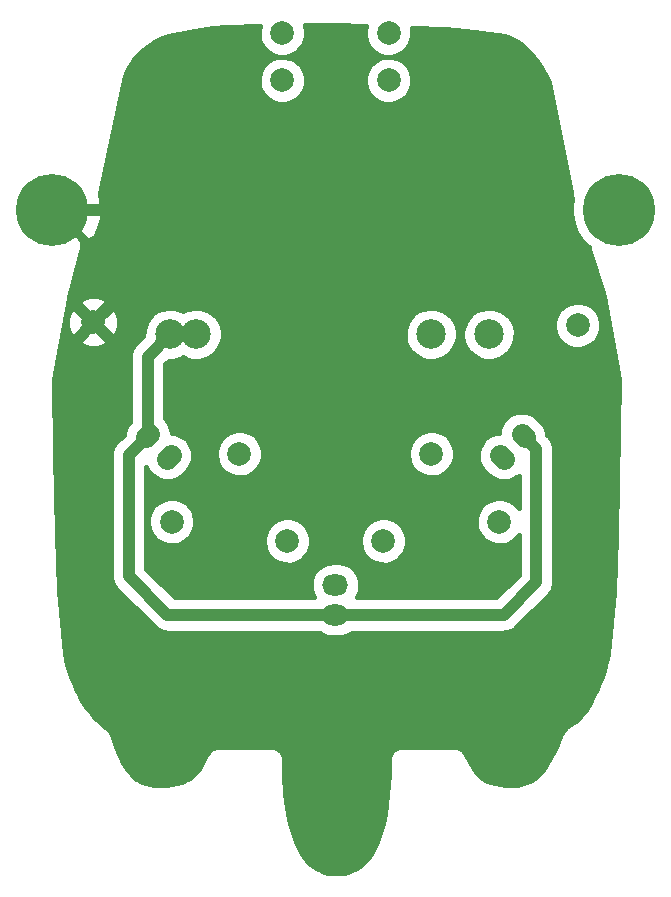
<source format=gtl>
%TF.GenerationSoftware,KiCad,Pcbnew,4.1.0-alpha+201608101232+7015~46~ubuntu16.04.1-product*%
%TF.CreationDate,2016-08-12T11:53:55+05:30*%
%TF.ProjectId,makerauto,6D616B65726175746F2E6B696361645F,rev?*%
%TF.FileFunction,Copper,L1,Top,Signal*%
%FSLAX46Y46*%
G04 Gerber Fmt 4.6, Leading zero omitted, Abs format (unit mm)*
G04 Created by KiCad (PCBNEW 4.1.0-alpha+201608101232+7015~46~ubuntu16.04.1-product) date Fri Aug 12 11:53:55 2016*
%MOMM*%
%LPD*%
G01*
G04 APERTURE LIST*
%ADD10C,0.050800*%
%ADD11C,2.500000*%
%ADD12C,6.096000*%
%ADD13O,2.200000X1.800000*%
%ADD14C,1.800000*%
%ADD15C,2.000000*%
%ADD16C,1.000000*%
%ADD17C,0.400000*%
G04 APERTURE END LIST*
D10*
D11*
X108100000Y-90500000D03*
X88200000Y-90500000D03*
X86000000Y-90500000D03*
X113000000Y-90500000D03*
D12*
X76000000Y-80000000D03*
X124000000Y-80000000D03*
D13*
X100000000Y-114270000D03*
X100000000Y-111730000D03*
D14*
X116039447Y-99243395D02*
X115756605Y-98960553D01*
X114243395Y-101039447D02*
X113960553Y-100756605D01*
X84243395Y-98960553D02*
X83960553Y-99243395D01*
X86039447Y-100756605D02*
X85756605Y-101039447D01*
D15*
X91873682Y-100626318D03*
X86126318Y-106373682D03*
X108126318Y-100626318D03*
X113873682Y-106373682D03*
X104064000Y-108000000D03*
X95936000Y-108000000D03*
X104500000Y-69000000D03*
X95500000Y-65000000D03*
X104500000Y-65000000D03*
X95500000Y-69000000D03*
X79500000Y-89500000D03*
X120500000Y-89750000D03*
D16*
X100000000Y-114270000D02*
X114230000Y-114270000D01*
X117000000Y-100203948D02*
X115898026Y-99101974D01*
X117000000Y-111500000D02*
X117000000Y-100203948D01*
X114230000Y-114270000D02*
X117000000Y-111500000D01*
X100000000Y-114270000D02*
X85770000Y-114270000D01*
X82500000Y-100703948D02*
X84101974Y-99101974D01*
X82500000Y-111000000D02*
X82500000Y-100703948D01*
X85770000Y-114270000D02*
X82500000Y-111000000D01*
X84101974Y-99101974D02*
X84101974Y-92398026D01*
X84101974Y-92398026D02*
X86000000Y-90500000D01*
X88200000Y-90500000D02*
X86000000Y-90500000D01*
X76000000Y-80000000D02*
X81250000Y-80000000D01*
X82250000Y-86750000D02*
X79500000Y-89500000D01*
X81250000Y-80000000D02*
X82250000Y-81000000D01*
X82250000Y-81000000D02*
X82250000Y-86750000D01*
D17*
G36*
X102578251Y-64421238D02*
X102502847Y-64775983D01*
X102497371Y-65168165D01*
X102568174Y-65553942D01*
X102712560Y-65918619D01*
X102925029Y-66248306D01*
X103197488Y-66530446D01*
X103519560Y-66754291D01*
X103878976Y-66911316D01*
X104262046Y-66995540D01*
X104452823Y-66999536D01*
X104317858Y-66998594D01*
X103932585Y-67072089D01*
X103568925Y-67219017D01*
X103240729Y-67433782D01*
X102960498Y-67708205D01*
X102738907Y-68031831D01*
X102584395Y-68392334D01*
X102502847Y-68775983D01*
X102497371Y-69168165D01*
X102568174Y-69553942D01*
X102712560Y-69918619D01*
X102925029Y-70248306D01*
X103197488Y-70530446D01*
X103519560Y-70754291D01*
X103878976Y-70911316D01*
X104262046Y-70995540D01*
X104654180Y-71003754D01*
X105040442Y-70935646D01*
X105406118Y-70793809D01*
X105737281Y-70583647D01*
X106021316Y-70313164D01*
X106247404Y-69992664D01*
X106406934Y-69634353D01*
X106493830Y-69251879D01*
X106500086Y-68803890D01*
X106423903Y-68419139D01*
X106274439Y-68056514D01*
X106057388Y-67729825D01*
X105781016Y-67451517D01*
X105455851Y-67232190D01*
X105094278Y-67080199D01*
X104710068Y-67001332D01*
X104669521Y-67001049D01*
X105040442Y-66935646D01*
X105406118Y-66793809D01*
X105737281Y-66583647D01*
X106021316Y-66313164D01*
X106247404Y-65992664D01*
X106406934Y-65634353D01*
X106493830Y-65251879D01*
X106500086Y-64803890D01*
X106456487Y-64583698D01*
X109319150Y-64703616D01*
X111705073Y-64919625D01*
X114336892Y-65253370D01*
X114623949Y-65353506D01*
X114962367Y-65502080D01*
X115273826Y-65666006D01*
X115550950Y-65840199D01*
X115816916Y-66041688D01*
X116069489Y-66260584D01*
X116312680Y-66495390D01*
X116532821Y-66739991D01*
X116973936Y-67307138D01*
X117373891Y-67915978D01*
X118072167Y-69129406D01*
X119927908Y-78491611D01*
X119925337Y-78526921D01*
X119951032Y-78735144D01*
X120016684Y-78934411D01*
X120068403Y-79026068D01*
X119957763Y-79546590D01*
X119946679Y-80340367D01*
X120089984Y-81121179D01*
X120382222Y-81859286D01*
X120812259Y-82526573D01*
X121363716Y-83097623D01*
X121436478Y-83148194D01*
X121480164Y-83339939D01*
X121560772Y-83520695D01*
X122707575Y-87297256D01*
X124046491Y-94314259D01*
X123778959Y-107542209D01*
X123570806Y-112359455D01*
X123036643Y-117592375D01*
X122967388Y-118042530D01*
X122853431Y-118515893D01*
X122706751Y-119019920D01*
X122530500Y-119539583D01*
X122338900Y-120041391D01*
X122116828Y-120531801D01*
X121893333Y-120997415D01*
X121655944Y-121434211D01*
X121639774Y-121472447D01*
X121619266Y-121508550D01*
X121613398Y-121521985D01*
X121511828Y-121758982D01*
X121402501Y-121962016D01*
X121292630Y-122150367D01*
X121173025Y-122322299D01*
X120901190Y-122670588D01*
X120622067Y-122966130D01*
X120337490Y-123225596D01*
X120045814Y-123457222D01*
X119466855Y-123872142D01*
X119404089Y-123927143D01*
X119339368Y-123979822D01*
X119327141Y-123994572D01*
X119312733Y-124007198D01*
X119261850Y-124073338D01*
X119208589Y-124137591D01*
X119199459Y-124154436D01*
X119187779Y-124169619D01*
X119150713Y-124244378D01*
X119110945Y-124317756D01*
X119105345Y-124331304D01*
X118651645Y-125451074D01*
X118180862Y-126383409D01*
X117942327Y-126771954D01*
X117701578Y-127137713D01*
X117461188Y-127452706D01*
X117214169Y-127724428D01*
X116968265Y-127962400D01*
X116728878Y-128149421D01*
X116471885Y-128315710D01*
X116221236Y-128444616D01*
X115958219Y-128544136D01*
X115686390Y-128615670D01*
X115395392Y-128659320D01*
X115068941Y-128674865D01*
X114456859Y-128656863D01*
X113919531Y-128612819D01*
X113489803Y-128539847D01*
X113126062Y-128437073D01*
X112813239Y-128319764D01*
X112571390Y-128202156D01*
X112380610Y-128075097D01*
X112208610Y-127929558D01*
X112065057Y-127779698D01*
X111929607Y-127594345D01*
X111774413Y-127361554D01*
X111628156Y-127120802D01*
X110999588Y-125971702D01*
X110976223Y-125937423D01*
X110957003Y-125900659D01*
X110918646Y-125852953D01*
X110884170Y-125802373D01*
X110854592Y-125773286D01*
X110828596Y-125740953D01*
X110781703Y-125701606D01*
X110738060Y-125658686D01*
X110703394Y-125635897D01*
X110671615Y-125609231D01*
X110617971Y-125579740D01*
X110566824Y-125546116D01*
X110528397Y-125530496D01*
X110492039Y-125510508D01*
X110433684Y-125491997D01*
X110376984Y-125468949D01*
X110336254Y-125461090D01*
X110296707Y-125448545D01*
X110235870Y-125441721D01*
X110175772Y-125430125D01*
X110134292Y-125430327D01*
X110093060Y-125425702D01*
X110078400Y-125425600D01*
X105578440Y-125425600D01*
X105487601Y-125434507D01*
X105396559Y-125441472D01*
X105385703Y-125444498D01*
X105374494Y-125445597D01*
X105287122Y-125471976D01*
X105199159Y-125496495D01*
X105189098Y-125501572D01*
X105178316Y-125504827D01*
X105097737Y-125547672D01*
X105016207Y-125588811D01*
X105007323Y-125595745D01*
X104997379Y-125601033D01*
X104926643Y-125658724D01*
X104854669Y-125714906D01*
X104847304Y-125723431D01*
X104838574Y-125730551D01*
X104780378Y-125800898D01*
X104720701Y-125869974D01*
X104715133Y-125879765D01*
X104707951Y-125888447D01*
X104664531Y-125968751D01*
X104619403Y-126048110D01*
X104615842Y-126058800D01*
X104610484Y-126068709D01*
X104583491Y-126155909D01*
X104554634Y-126242530D01*
X104553217Y-126253707D01*
X104549886Y-126264468D01*
X104540345Y-126355242D01*
X104528862Y-126445827D01*
X104528549Y-126460484D01*
X104508930Y-127823112D01*
X104403139Y-129420230D01*
X104173295Y-131115185D01*
X103999198Y-131930693D01*
X103769002Y-132731774D01*
X103498110Y-133481217D01*
X103178748Y-134154538D01*
X102806170Y-134733901D01*
X102362197Y-135245046D01*
X102153775Y-135439101D01*
X101916360Y-135617174D01*
X101671730Y-135768268D01*
X101401163Y-135892430D01*
X101094463Y-136002679D01*
X100792145Y-136083643D01*
X100456324Y-136128569D01*
X100078449Y-136144649D01*
X99700567Y-136128569D01*
X99364695Y-136083640D01*
X99062392Y-136002681D01*
X98755758Y-135892442D01*
X98485175Y-135768271D01*
X98240524Y-135617163D01*
X98003108Y-135439101D01*
X97794709Y-135245055D01*
X97350731Y-134733902D01*
X96978134Y-134154511D01*
X96658741Y-133481215D01*
X96387906Y-132731804D01*
X96157701Y-131930690D01*
X95983605Y-131115185D01*
X95753761Y-129420232D01*
X95647970Y-127823108D01*
X95628331Y-126460469D01*
X95618115Y-126369758D01*
X95609842Y-126278850D01*
X95606659Y-126268034D01*
X95605397Y-126256832D01*
X95577760Y-126169844D01*
X95551983Y-126082263D01*
X95546759Y-126072270D01*
X95543346Y-126061528D01*
X95499341Y-125981567D01*
X95457043Y-125900659D01*
X95449978Y-125891872D01*
X95444543Y-125881996D01*
X95385834Y-125812093D01*
X95328636Y-125740953D01*
X95320001Y-125733707D01*
X95312750Y-125725074D01*
X95241571Y-125667897D01*
X95171655Y-125609231D01*
X95161779Y-125603802D01*
X95152988Y-125596740D01*
X95072070Y-125554484D01*
X94992079Y-125510508D01*
X94981331Y-125507099D01*
X94971340Y-125501881D01*
X94883759Y-125476147D01*
X94796747Y-125448545D01*
X94785545Y-125447289D01*
X94774728Y-125444110D01*
X94683818Y-125435878D01*
X94593100Y-125425702D01*
X94578440Y-125425600D01*
X90078440Y-125425600D01*
X90032157Y-125430138D01*
X89985650Y-125429708D01*
X89930424Y-125440113D01*
X89874494Y-125445597D01*
X89829973Y-125459039D01*
X89784268Y-125467650D01*
X89732112Y-125488585D01*
X89678316Y-125504827D01*
X89637253Y-125526660D01*
X89594092Y-125543985D01*
X89546997Y-125574651D01*
X89497379Y-125601033D01*
X89461340Y-125630426D01*
X89422365Y-125655804D01*
X89382122Y-125695034D01*
X89338574Y-125730551D01*
X89308931Y-125766383D01*
X89275627Y-125798849D01*
X89243770Y-125845149D01*
X89207951Y-125888447D01*
X89185833Y-125929354D01*
X89159468Y-125967672D01*
X89152466Y-125980552D01*
X88630091Y-126957640D01*
X88494266Y-127173313D01*
X88341070Y-127391023D01*
X88178186Y-127590890D01*
X87994457Y-127774619D01*
X87779081Y-127959228D01*
X87550153Y-128123821D01*
X87290424Y-128264177D01*
X86970816Y-128393573D01*
X86591479Y-128506567D01*
X86148609Y-128598484D01*
X85659440Y-128657511D01*
X85082776Y-128674988D01*
X84654716Y-128658524D01*
X84268399Y-128602187D01*
X83924059Y-128525667D01*
X83634995Y-128419911D01*
X83369726Y-128287277D01*
X83132998Y-128127137D01*
X82889560Y-127921736D01*
X82663421Y-127695597D01*
X82453993Y-127431873D01*
X82241420Y-127121190D01*
X82044197Y-126769618D01*
X81839636Y-126369389D01*
X81447469Y-125454147D01*
X81069114Y-124377484D01*
X81030745Y-124295061D01*
X80994210Y-124211815D01*
X80987545Y-124202260D01*
X80982631Y-124191703D01*
X80928988Y-124118307D01*
X80876975Y-124043737D01*
X80868584Y-124035661D01*
X80861711Y-124026257D01*
X80794841Y-123964686D01*
X80729327Y-123901631D01*
X80717760Y-123892625D01*
X80312972Y-123581974D01*
X79966548Y-123281132D01*
X79678867Y-123018834D01*
X79433255Y-122739344D01*
X79185683Y-122447563D01*
X78964818Y-122141749D01*
X78481353Y-121397957D01*
X78263667Y-120997415D01*
X78043751Y-120539256D01*
X77831056Y-120049135D01*
X77636497Y-119539575D01*
X77460249Y-119019920D01*
X77313568Y-118515888D01*
X77197307Y-118032958D01*
X77119886Y-117585633D01*
X76606319Y-112242466D01*
X76398070Y-107442840D01*
X76270922Y-100703948D01*
X81000000Y-100703948D01*
X81000000Y-111000000D01*
X81013521Y-111137902D01*
X81025597Y-111275927D01*
X81027797Y-111283500D01*
X81028567Y-111291352D01*
X81068617Y-111424004D01*
X81107271Y-111557052D01*
X81110901Y-111564056D01*
X81113181Y-111571606D01*
X81178229Y-111693943D01*
X81241994Y-111816958D01*
X81246915Y-111823122D01*
X81250618Y-111830087D01*
X81338177Y-111937445D01*
X81424634Y-112045748D01*
X81435461Y-112056727D01*
X81435644Y-112056951D01*
X81435852Y-112057123D01*
X81439340Y-112060660D01*
X84709340Y-115330660D01*
X84816415Y-115418613D01*
X84922549Y-115507670D01*
X84929459Y-115511469D01*
X84935556Y-115516477D01*
X85057677Y-115581957D01*
X85179087Y-115648703D01*
X85186607Y-115651088D01*
X85193557Y-115654815D01*
X85326037Y-115695318D01*
X85458132Y-115737221D01*
X85465972Y-115738100D01*
X85473513Y-115740406D01*
X85611298Y-115754402D01*
X85749057Y-115769854D01*
X85764484Y-115769962D01*
X85764764Y-115769990D01*
X85765025Y-115769965D01*
X85770000Y-115770000D01*
X98635701Y-115770000D01*
X98716402Y-115837716D01*
X99041349Y-116016357D01*
X99394807Y-116128480D01*
X99763311Y-116169815D01*
X99789839Y-116170000D01*
X100210161Y-116170000D01*
X100579206Y-116133815D01*
X100934195Y-116026637D01*
X101261605Y-115852550D01*
X101362821Y-115770000D01*
X114230000Y-115770000D01*
X114367902Y-115756479D01*
X114505927Y-115744403D01*
X114513500Y-115742203D01*
X114521352Y-115741433D01*
X114654004Y-115701383D01*
X114787052Y-115662729D01*
X114794056Y-115659099D01*
X114801606Y-115656819D01*
X114923943Y-115591771D01*
X115046958Y-115528006D01*
X115053122Y-115523085D01*
X115060087Y-115519382D01*
X115167445Y-115431823D01*
X115275748Y-115345366D01*
X115286727Y-115334539D01*
X115286951Y-115334356D01*
X115287123Y-115334148D01*
X115290660Y-115330660D01*
X118060660Y-112560660D01*
X118148617Y-112453580D01*
X118237670Y-112347451D01*
X118241468Y-112340542D01*
X118246478Y-112334443D01*
X118311976Y-112212289D01*
X118378703Y-112090913D01*
X118381088Y-112083395D01*
X118384816Y-112076442D01*
X118425337Y-111943902D01*
X118467221Y-111811868D01*
X118468100Y-111804032D01*
X118470407Y-111796486D01*
X118484412Y-111658613D01*
X118499854Y-111520943D01*
X118499961Y-111505527D01*
X118499991Y-111505236D01*
X118499965Y-111504965D01*
X118500000Y-111500000D01*
X118500000Y-100203948D01*
X118486478Y-100066042D01*
X118474403Y-99928022D01*
X118472203Y-99920450D01*
X118471433Y-99912596D01*
X118431375Y-99779919D01*
X118392729Y-99646897D01*
X118389099Y-99639894D01*
X118386819Y-99632342D01*
X118321762Y-99509987D01*
X118258006Y-99386990D01*
X118253085Y-99380826D01*
X118249382Y-99373861D01*
X118161823Y-99266503D01*
X118075366Y-99158200D01*
X118064539Y-99147221D01*
X118064356Y-99146997D01*
X118064148Y-99146825D01*
X118060660Y-99143288D01*
X117923390Y-99006018D01*
X117914209Y-98901072D01*
X117810755Y-98544981D01*
X117640105Y-98215766D01*
X117408762Y-97925966D01*
X117390135Y-97907077D01*
X117092923Y-97609865D01*
X116806382Y-97374498D01*
X116479581Y-97199269D01*
X116124969Y-97090853D01*
X115756052Y-97053380D01*
X115386884Y-97088276D01*
X115031523Y-97194214D01*
X114703507Y-97367157D01*
X114415329Y-97600519D01*
X114177967Y-97885409D01*
X114000461Y-98210979D01*
X113889572Y-98564826D01*
X113857602Y-98859111D01*
X113590832Y-98884328D01*
X113235471Y-98990266D01*
X112907455Y-99163209D01*
X112619277Y-99396571D01*
X112381915Y-99681461D01*
X112204409Y-100007031D01*
X112093520Y-100360878D01*
X112053472Y-100729523D01*
X112085791Y-101098928D01*
X112189245Y-101455019D01*
X112359894Y-101784234D01*
X112591238Y-102074034D01*
X112609865Y-102092923D01*
X112907077Y-102390135D01*
X113193618Y-102625502D01*
X113520419Y-102800731D01*
X113875031Y-102909147D01*
X114243948Y-102946620D01*
X114613116Y-102911724D01*
X114968477Y-102805786D01*
X115296493Y-102632843D01*
X115500000Y-102468046D01*
X115500000Y-105207255D01*
X115431070Y-105103507D01*
X115154698Y-104825199D01*
X114829533Y-104605872D01*
X114467960Y-104453881D01*
X114083750Y-104375014D01*
X113691540Y-104372276D01*
X113306267Y-104445771D01*
X112942607Y-104592699D01*
X112614411Y-104807464D01*
X112334180Y-105081887D01*
X112112589Y-105405513D01*
X111958077Y-105766016D01*
X111876529Y-106149665D01*
X111871053Y-106541847D01*
X111941856Y-106927624D01*
X112086242Y-107292301D01*
X112298711Y-107621988D01*
X112571170Y-107904128D01*
X112893242Y-108127973D01*
X113252658Y-108284998D01*
X113635728Y-108369222D01*
X114027862Y-108377436D01*
X114414124Y-108309328D01*
X114779800Y-108167491D01*
X115110963Y-107957329D01*
X115394998Y-107686846D01*
X115500000Y-107537996D01*
X115500000Y-110878680D01*
X113608680Y-112770000D01*
X101797480Y-112770000D01*
X101961701Y-112466280D01*
X102071354Y-112112048D01*
X102110115Y-111743264D01*
X102076507Y-111373976D01*
X101971810Y-111018247D01*
X101800013Y-110689630D01*
X101567659Y-110400640D01*
X101283598Y-110162284D01*
X100958651Y-109983643D01*
X100605193Y-109871520D01*
X100236689Y-109830185D01*
X100210161Y-109830000D01*
X99789839Y-109830000D01*
X99420794Y-109866185D01*
X99065805Y-109973363D01*
X98738395Y-110147450D01*
X98451034Y-110381816D01*
X98214668Y-110667533D01*
X98038299Y-110993720D01*
X97928646Y-111347952D01*
X97889885Y-111716736D01*
X97923493Y-112086024D01*
X98028190Y-112441753D01*
X98199794Y-112770000D01*
X86391320Y-112770000D01*
X84000000Y-110378680D01*
X84000000Y-106541847D01*
X84123689Y-106541847D01*
X84194492Y-106927624D01*
X84338878Y-107292301D01*
X84551347Y-107621988D01*
X84823806Y-107904128D01*
X85145878Y-108127973D01*
X85505294Y-108284998D01*
X85888364Y-108369222D01*
X86280498Y-108377436D01*
X86666760Y-108309328D01*
X87030698Y-108168165D01*
X93933371Y-108168165D01*
X94004174Y-108553942D01*
X94148560Y-108918619D01*
X94361029Y-109248306D01*
X94633488Y-109530446D01*
X94955560Y-109754291D01*
X95314976Y-109911316D01*
X95698046Y-109995540D01*
X96090180Y-110003754D01*
X96476442Y-109935646D01*
X96842118Y-109793809D01*
X97173281Y-109583647D01*
X97457316Y-109313164D01*
X97683404Y-108992664D01*
X97842934Y-108634353D01*
X97929830Y-108251879D01*
X97930999Y-108168165D01*
X102061371Y-108168165D01*
X102132174Y-108553942D01*
X102276560Y-108918619D01*
X102489029Y-109248306D01*
X102761488Y-109530446D01*
X103083560Y-109754291D01*
X103442976Y-109911316D01*
X103826046Y-109995540D01*
X104218180Y-110003754D01*
X104604442Y-109935646D01*
X104970118Y-109793809D01*
X105301281Y-109583647D01*
X105585316Y-109313164D01*
X105811404Y-108992664D01*
X105970934Y-108634353D01*
X106057830Y-108251879D01*
X106064086Y-107803890D01*
X105987903Y-107419139D01*
X105838439Y-107056514D01*
X105621388Y-106729825D01*
X105345016Y-106451517D01*
X105019851Y-106232190D01*
X104658278Y-106080199D01*
X104274068Y-106001332D01*
X103881858Y-105998594D01*
X103496585Y-106072089D01*
X103132925Y-106219017D01*
X102804729Y-106433782D01*
X102524498Y-106708205D01*
X102302907Y-107031831D01*
X102148395Y-107392334D01*
X102066847Y-107775983D01*
X102061371Y-108168165D01*
X97930999Y-108168165D01*
X97936086Y-107803890D01*
X97859903Y-107419139D01*
X97710439Y-107056514D01*
X97493388Y-106729825D01*
X97217016Y-106451517D01*
X96891851Y-106232190D01*
X96530278Y-106080199D01*
X96146068Y-106001332D01*
X95753858Y-105998594D01*
X95368585Y-106072089D01*
X95004925Y-106219017D01*
X94676729Y-106433782D01*
X94396498Y-106708205D01*
X94174907Y-107031831D01*
X94020395Y-107392334D01*
X93938847Y-107775983D01*
X93933371Y-108168165D01*
X87030698Y-108168165D01*
X87032436Y-108167491D01*
X87363599Y-107957329D01*
X87647634Y-107686846D01*
X87873722Y-107366346D01*
X88033252Y-107008035D01*
X88120148Y-106625561D01*
X88126404Y-106177572D01*
X88050221Y-105792821D01*
X87900757Y-105430196D01*
X87683706Y-105103507D01*
X87407334Y-104825199D01*
X87082169Y-104605872D01*
X86720596Y-104453881D01*
X86336386Y-104375014D01*
X85944176Y-104372276D01*
X85558903Y-104445771D01*
X85195243Y-104592699D01*
X84867047Y-104807464D01*
X84586816Y-105081887D01*
X84365225Y-105405513D01*
X84210713Y-105766016D01*
X84129165Y-106149665D01*
X84123689Y-106541847D01*
X84000000Y-106541847D01*
X84000000Y-101782991D01*
X84163209Y-102092545D01*
X84396571Y-102380723D01*
X84681461Y-102618085D01*
X85007031Y-102795591D01*
X85360878Y-102906480D01*
X85729523Y-102946528D01*
X86098928Y-102914209D01*
X86455019Y-102810755D01*
X86784234Y-102640106D01*
X87074034Y-102408762D01*
X87092923Y-102390135D01*
X87390135Y-102092923D01*
X87625502Y-101806382D01*
X87800731Y-101479581D01*
X87909147Y-101124969D01*
X87942716Y-100794483D01*
X89871053Y-100794483D01*
X89941856Y-101180260D01*
X90086242Y-101544937D01*
X90298711Y-101874624D01*
X90571170Y-102156764D01*
X90893242Y-102380609D01*
X91252658Y-102537634D01*
X91635728Y-102621858D01*
X92027862Y-102630072D01*
X92414124Y-102561964D01*
X92779800Y-102420127D01*
X93110963Y-102209965D01*
X93394998Y-101939482D01*
X93621086Y-101618982D01*
X93780616Y-101260671D01*
X93867512Y-100878197D01*
X93868681Y-100794483D01*
X106123689Y-100794483D01*
X106194492Y-101180260D01*
X106338878Y-101544937D01*
X106551347Y-101874624D01*
X106823806Y-102156764D01*
X107145878Y-102380609D01*
X107505294Y-102537634D01*
X107888364Y-102621858D01*
X108280498Y-102630072D01*
X108666760Y-102561964D01*
X109032436Y-102420127D01*
X109363599Y-102209965D01*
X109647634Y-101939482D01*
X109873722Y-101618982D01*
X110033252Y-101260671D01*
X110120148Y-100878197D01*
X110126404Y-100430208D01*
X110050221Y-100045457D01*
X109900757Y-99682832D01*
X109683706Y-99356143D01*
X109407334Y-99077835D01*
X109082169Y-98858508D01*
X108720596Y-98706517D01*
X108336386Y-98627650D01*
X107944176Y-98624912D01*
X107558903Y-98698407D01*
X107195243Y-98845335D01*
X106867047Y-99060100D01*
X106586816Y-99334523D01*
X106365225Y-99658149D01*
X106210713Y-100018652D01*
X106129165Y-100402301D01*
X106123689Y-100794483D01*
X93868681Y-100794483D01*
X93873768Y-100430208D01*
X93797585Y-100045457D01*
X93648121Y-99682832D01*
X93431070Y-99356143D01*
X93154698Y-99077835D01*
X92829533Y-98858508D01*
X92467960Y-98706517D01*
X92083750Y-98627650D01*
X91691540Y-98624912D01*
X91306267Y-98698407D01*
X90942607Y-98845335D01*
X90614411Y-99060100D01*
X90334180Y-99334523D01*
X90112589Y-99658149D01*
X89958077Y-100018652D01*
X89876529Y-100402301D01*
X89871053Y-100794483D01*
X87942716Y-100794483D01*
X87946620Y-100756052D01*
X87911724Y-100386884D01*
X87805786Y-100031523D01*
X87632843Y-99703507D01*
X87399481Y-99415329D01*
X87114591Y-99177967D01*
X86789020Y-99000461D01*
X86435174Y-98889572D01*
X86140889Y-98857603D01*
X86115672Y-98590832D01*
X86009734Y-98235471D01*
X85836791Y-97907455D01*
X85603429Y-97619277D01*
X85601974Y-97618065D01*
X85601974Y-93019346D01*
X85873382Y-92747938D01*
X86173453Y-92754224D01*
X86607997Y-92677602D01*
X87019383Y-92518036D01*
X87093393Y-92471068D01*
X87097004Y-92473578D01*
X87501347Y-92650231D01*
X87932302Y-92744983D01*
X88373453Y-92754224D01*
X88807997Y-92677602D01*
X89219383Y-92518036D01*
X89591941Y-92281603D01*
X89911480Y-91977310D01*
X90165830Y-91616747D01*
X90345301Y-91213647D01*
X90443059Y-90783364D01*
X90444374Y-90689186D01*
X105847042Y-90689186D01*
X105926696Y-91123185D01*
X106089130Y-91533447D01*
X106328158Y-91904345D01*
X106634674Y-92221752D01*
X106997004Y-92473578D01*
X107401347Y-92650231D01*
X107832302Y-92744983D01*
X108273453Y-92754224D01*
X108707997Y-92677602D01*
X109119383Y-92518036D01*
X109491941Y-92281603D01*
X109811480Y-91977310D01*
X110065830Y-91616747D01*
X110245301Y-91213647D01*
X110343059Y-90783364D01*
X110344374Y-90689186D01*
X110747042Y-90689186D01*
X110826696Y-91123185D01*
X110989130Y-91533447D01*
X111228158Y-91904345D01*
X111534674Y-92221752D01*
X111897004Y-92473578D01*
X112301347Y-92650231D01*
X112732302Y-92744983D01*
X113173453Y-92754224D01*
X113607997Y-92677602D01*
X114019383Y-92518036D01*
X114391941Y-92281603D01*
X114711480Y-91977310D01*
X114965830Y-91616747D01*
X115145301Y-91213647D01*
X115243059Y-90783364D01*
X115250097Y-90279376D01*
X115178575Y-89918165D01*
X118497371Y-89918165D01*
X118568174Y-90303942D01*
X118712560Y-90668619D01*
X118925029Y-90998306D01*
X119197488Y-91280446D01*
X119519560Y-91504291D01*
X119878976Y-91661316D01*
X120262046Y-91745540D01*
X120654180Y-91753754D01*
X121040442Y-91685646D01*
X121406118Y-91543809D01*
X121737281Y-91333647D01*
X122021316Y-91063164D01*
X122247404Y-90742664D01*
X122406934Y-90384353D01*
X122493830Y-90001879D01*
X122500086Y-89553890D01*
X122423903Y-89169139D01*
X122274439Y-88806514D01*
X122057388Y-88479825D01*
X121781016Y-88201517D01*
X121455851Y-87982190D01*
X121094278Y-87830199D01*
X120710068Y-87751332D01*
X120317858Y-87748594D01*
X119932585Y-87822089D01*
X119568925Y-87969017D01*
X119240729Y-88183782D01*
X118960498Y-88458205D01*
X118738907Y-88781831D01*
X118584395Y-89142334D01*
X118502847Y-89525983D01*
X118497371Y-89918165D01*
X115178575Y-89918165D01*
X115164391Y-89846532D01*
X114996245Y-89438578D01*
X114752062Y-89071053D01*
X114441144Y-88757957D01*
X114075333Y-88511214D01*
X113668562Y-88340224D01*
X113236327Y-88251498D01*
X112795090Y-88248418D01*
X112361658Y-88331100D01*
X111952540Y-88496394D01*
X111583320Y-88738005D01*
X111268060Y-89046730D01*
X111018770Y-89410809D01*
X110844944Y-89816376D01*
X110753203Y-90247981D01*
X110747042Y-90689186D01*
X110344374Y-90689186D01*
X110350097Y-90279376D01*
X110264391Y-89846532D01*
X110096245Y-89438578D01*
X109852062Y-89071053D01*
X109541144Y-88757957D01*
X109175333Y-88511214D01*
X108768562Y-88340224D01*
X108336327Y-88251498D01*
X107895090Y-88248418D01*
X107461658Y-88331100D01*
X107052540Y-88496394D01*
X106683320Y-88738005D01*
X106368060Y-89046730D01*
X106118770Y-89410809D01*
X105944944Y-89816376D01*
X105853203Y-90247981D01*
X105847042Y-90689186D01*
X90444374Y-90689186D01*
X90450097Y-90279376D01*
X90364391Y-89846532D01*
X90196245Y-89438578D01*
X89952062Y-89071053D01*
X89641144Y-88757957D01*
X89275333Y-88511214D01*
X88868562Y-88340224D01*
X88436327Y-88251498D01*
X87995090Y-88248418D01*
X87561658Y-88331100D01*
X87152540Y-88496394D01*
X87102200Y-88529336D01*
X87075333Y-88511214D01*
X86668562Y-88340224D01*
X86236327Y-88251498D01*
X85795090Y-88248418D01*
X85361658Y-88331100D01*
X84952540Y-88496394D01*
X84583320Y-88738005D01*
X84268060Y-89046730D01*
X84018770Y-89410809D01*
X83844944Y-89816376D01*
X83753203Y-90247981D01*
X83747857Y-90630823D01*
X83041314Y-91337366D01*
X82953379Y-91444419D01*
X82864304Y-91550575D01*
X82860504Y-91557488D01*
X82855497Y-91563583D01*
X82790009Y-91685717D01*
X82723271Y-91807113D01*
X82720887Y-91814629D01*
X82717158Y-91821583D01*
X82676632Y-91954138D01*
X82634753Y-92086158D01*
X82633874Y-92093994D01*
X82631567Y-92101540D01*
X82617562Y-92239413D01*
X82602120Y-92377083D01*
X82602013Y-92392499D01*
X82601983Y-92392790D01*
X82602009Y-92393061D01*
X82601974Y-92398026D01*
X82601974Y-97916684D01*
X82374498Y-98193618D01*
X82199269Y-98520419D01*
X82090853Y-98875031D01*
X82077654Y-99004974D01*
X81439340Y-99643288D01*
X81351405Y-99750341D01*
X81262330Y-99856497D01*
X81258530Y-99863410D01*
X81253523Y-99869505D01*
X81188035Y-99991639D01*
X81121297Y-100113035D01*
X81118913Y-100120551D01*
X81115184Y-100127505D01*
X81074658Y-100260060D01*
X81032779Y-100392080D01*
X81031900Y-100399916D01*
X81029593Y-100407462D01*
X81015588Y-100545335D01*
X81000146Y-100683005D01*
X81000039Y-100698421D01*
X81000009Y-100698712D01*
X81000035Y-100698983D01*
X81000000Y-100703948D01*
X76270922Y-100703948D01*
X76150371Y-94314762D01*
X76772703Y-91046404D01*
X78377860Y-91046404D01*
X78455341Y-91448240D01*
X78855497Y-91614608D01*
X79280420Y-91699712D01*
X79713782Y-91700284D01*
X80138928Y-91616299D01*
X80539521Y-91450986D01*
X80544659Y-91448240D01*
X80622140Y-91046404D01*
X79500000Y-89924264D01*
X78377860Y-91046404D01*
X76772703Y-91046404D01*
X77026450Y-89713782D01*
X77299716Y-89713782D01*
X77383701Y-90138928D01*
X77549014Y-90539521D01*
X77551760Y-90544659D01*
X77953596Y-90622140D01*
X79075736Y-89500000D01*
X79924264Y-89500000D01*
X81046404Y-90622140D01*
X81448240Y-90544659D01*
X81614608Y-90144503D01*
X81699712Y-89719580D01*
X81700284Y-89286218D01*
X81616299Y-88861072D01*
X81450986Y-88460479D01*
X81448240Y-88455341D01*
X81046404Y-88377860D01*
X79924264Y-89500000D01*
X79075736Y-89500000D01*
X77953596Y-88377860D01*
X77551760Y-88455341D01*
X77385392Y-88855497D01*
X77300288Y-89280420D01*
X77299716Y-89713782D01*
X77026450Y-89713782D01*
X77361609Y-87953596D01*
X78377860Y-87953596D01*
X79500000Y-89075736D01*
X80622140Y-87953596D01*
X80544659Y-87551760D01*
X80144503Y-87385392D01*
X79719580Y-87300288D01*
X79286218Y-87299716D01*
X78861072Y-87383701D01*
X78460479Y-87549014D01*
X78455341Y-87551760D01*
X78377860Y-87953596D01*
X77361609Y-87953596D01*
X77473996Y-87363366D01*
X78464009Y-83469602D01*
X78480261Y-83441265D01*
X78547300Y-83242461D01*
X78574449Y-83034421D01*
X78574307Y-83032263D01*
X78586030Y-83010294D01*
X78571934Y-82996198D01*
X78560672Y-82825072D01*
X78506495Y-82622384D01*
X78413980Y-82434079D01*
X78286653Y-82267331D01*
X78129362Y-82128490D01*
X77948098Y-82022844D01*
X77749767Y-81954418D01*
X77541923Y-81925818D01*
X77503796Y-81928060D01*
X76000000Y-80424264D01*
X75985858Y-80438407D01*
X75561594Y-80014143D01*
X75575736Y-80000000D01*
X75561594Y-79985858D01*
X75985858Y-79561594D01*
X76000000Y-79575736D01*
X76014143Y-79561594D01*
X76438407Y-79985858D01*
X76424264Y-80000000D01*
X79010294Y-82586030D01*
X79621129Y-82260084D01*
X79992471Y-81510210D01*
X80210384Y-80702300D01*
X80266494Y-79867401D01*
X80158646Y-79037597D01*
X80048879Y-78712465D01*
X80066442Y-78635377D01*
X80069813Y-78517231D01*
X82097645Y-68981106D01*
X82185414Y-68677906D01*
X82300092Y-68374828D01*
X82435887Y-68069119D01*
X82580150Y-67788769D01*
X82746840Y-67526825D01*
X82952268Y-67244362D01*
X83156419Y-66991215D01*
X83384905Y-66754568D01*
X83645714Y-66511146D01*
X83918780Y-66280748D01*
X84202800Y-66071909D01*
X84514455Y-65872796D01*
X84842115Y-65683098D01*
X85179694Y-65518637D01*
X85542897Y-65359143D01*
X85857250Y-65242175D01*
X88503205Y-64762835D01*
X89633506Y-64608272D01*
X90843605Y-64483418D01*
X93593037Y-64372170D01*
X93584395Y-64392334D01*
X93502847Y-64775983D01*
X93497371Y-65168165D01*
X93568174Y-65553942D01*
X93712560Y-65918619D01*
X93925029Y-66248306D01*
X94197488Y-66530446D01*
X94519560Y-66754291D01*
X94878976Y-66911316D01*
X95262046Y-66995540D01*
X95452823Y-66999536D01*
X95317858Y-66998594D01*
X94932585Y-67072089D01*
X94568925Y-67219017D01*
X94240729Y-67433782D01*
X93960498Y-67708205D01*
X93738907Y-68031831D01*
X93584395Y-68392334D01*
X93502847Y-68775983D01*
X93497371Y-69168165D01*
X93568174Y-69553942D01*
X93712560Y-69918619D01*
X93925029Y-70248306D01*
X94197488Y-70530446D01*
X94519560Y-70754291D01*
X94878976Y-70911316D01*
X95262046Y-70995540D01*
X95654180Y-71003754D01*
X96040442Y-70935646D01*
X96406118Y-70793809D01*
X96737281Y-70583647D01*
X97021316Y-70313164D01*
X97247404Y-69992664D01*
X97406934Y-69634353D01*
X97493830Y-69251879D01*
X97500086Y-68803890D01*
X97423903Y-68419139D01*
X97274439Y-68056514D01*
X97057388Y-67729825D01*
X96781016Y-67451517D01*
X96455851Y-67232190D01*
X96094278Y-67080199D01*
X95710068Y-67001332D01*
X95669521Y-67001049D01*
X96040442Y-66935646D01*
X96406118Y-66793809D01*
X96737281Y-66583647D01*
X97021316Y-66313164D01*
X97247404Y-65992664D01*
X97406934Y-65634353D01*
X97493830Y-65251879D01*
X97500086Y-64803890D01*
X97423903Y-64419139D01*
X97386922Y-64329416D01*
X100059153Y-64315713D01*
X102578251Y-64421238D01*
X102578251Y-64421238D01*
G37*
X102578251Y-64421238D02*
X102502847Y-64775983D01*
X102497371Y-65168165D01*
X102568174Y-65553942D01*
X102712560Y-65918619D01*
X102925029Y-66248306D01*
X103197488Y-66530446D01*
X103519560Y-66754291D01*
X103878976Y-66911316D01*
X104262046Y-66995540D01*
X104452823Y-66999536D01*
X104317858Y-66998594D01*
X103932585Y-67072089D01*
X103568925Y-67219017D01*
X103240729Y-67433782D01*
X102960498Y-67708205D01*
X102738907Y-68031831D01*
X102584395Y-68392334D01*
X102502847Y-68775983D01*
X102497371Y-69168165D01*
X102568174Y-69553942D01*
X102712560Y-69918619D01*
X102925029Y-70248306D01*
X103197488Y-70530446D01*
X103519560Y-70754291D01*
X103878976Y-70911316D01*
X104262046Y-70995540D01*
X104654180Y-71003754D01*
X105040442Y-70935646D01*
X105406118Y-70793809D01*
X105737281Y-70583647D01*
X106021316Y-70313164D01*
X106247404Y-69992664D01*
X106406934Y-69634353D01*
X106493830Y-69251879D01*
X106500086Y-68803890D01*
X106423903Y-68419139D01*
X106274439Y-68056514D01*
X106057388Y-67729825D01*
X105781016Y-67451517D01*
X105455851Y-67232190D01*
X105094278Y-67080199D01*
X104710068Y-67001332D01*
X104669521Y-67001049D01*
X105040442Y-66935646D01*
X105406118Y-66793809D01*
X105737281Y-66583647D01*
X106021316Y-66313164D01*
X106247404Y-65992664D01*
X106406934Y-65634353D01*
X106493830Y-65251879D01*
X106500086Y-64803890D01*
X106456487Y-64583698D01*
X109319150Y-64703616D01*
X111705073Y-64919625D01*
X114336892Y-65253370D01*
X114623949Y-65353506D01*
X114962367Y-65502080D01*
X115273826Y-65666006D01*
X115550950Y-65840199D01*
X115816916Y-66041688D01*
X116069489Y-66260584D01*
X116312680Y-66495390D01*
X116532821Y-66739991D01*
X116973936Y-67307138D01*
X117373891Y-67915978D01*
X118072167Y-69129406D01*
X119927908Y-78491611D01*
X119925337Y-78526921D01*
X119951032Y-78735144D01*
X120016684Y-78934411D01*
X120068403Y-79026068D01*
X119957763Y-79546590D01*
X119946679Y-80340367D01*
X120089984Y-81121179D01*
X120382222Y-81859286D01*
X120812259Y-82526573D01*
X121363716Y-83097623D01*
X121436478Y-83148194D01*
X121480164Y-83339939D01*
X121560772Y-83520695D01*
X122707575Y-87297256D01*
X124046491Y-94314259D01*
X123778959Y-107542209D01*
X123570806Y-112359455D01*
X123036643Y-117592375D01*
X122967388Y-118042530D01*
X122853431Y-118515893D01*
X122706751Y-119019920D01*
X122530500Y-119539583D01*
X122338900Y-120041391D01*
X122116828Y-120531801D01*
X121893333Y-120997415D01*
X121655944Y-121434211D01*
X121639774Y-121472447D01*
X121619266Y-121508550D01*
X121613398Y-121521985D01*
X121511828Y-121758982D01*
X121402501Y-121962016D01*
X121292630Y-122150367D01*
X121173025Y-122322299D01*
X120901190Y-122670588D01*
X120622067Y-122966130D01*
X120337490Y-123225596D01*
X120045814Y-123457222D01*
X119466855Y-123872142D01*
X119404089Y-123927143D01*
X119339368Y-123979822D01*
X119327141Y-123994572D01*
X119312733Y-124007198D01*
X119261850Y-124073338D01*
X119208589Y-124137591D01*
X119199459Y-124154436D01*
X119187779Y-124169619D01*
X119150713Y-124244378D01*
X119110945Y-124317756D01*
X119105345Y-124331304D01*
X118651645Y-125451074D01*
X118180862Y-126383409D01*
X117942327Y-126771954D01*
X117701578Y-127137713D01*
X117461188Y-127452706D01*
X117214169Y-127724428D01*
X116968265Y-127962400D01*
X116728878Y-128149421D01*
X116471885Y-128315710D01*
X116221236Y-128444616D01*
X115958219Y-128544136D01*
X115686390Y-128615670D01*
X115395392Y-128659320D01*
X115068941Y-128674865D01*
X114456859Y-128656863D01*
X113919531Y-128612819D01*
X113489803Y-128539847D01*
X113126062Y-128437073D01*
X112813239Y-128319764D01*
X112571390Y-128202156D01*
X112380610Y-128075097D01*
X112208610Y-127929558D01*
X112065057Y-127779698D01*
X111929607Y-127594345D01*
X111774413Y-127361554D01*
X111628156Y-127120802D01*
X110999588Y-125971702D01*
X110976223Y-125937423D01*
X110957003Y-125900659D01*
X110918646Y-125852953D01*
X110884170Y-125802373D01*
X110854592Y-125773286D01*
X110828596Y-125740953D01*
X110781703Y-125701606D01*
X110738060Y-125658686D01*
X110703394Y-125635897D01*
X110671615Y-125609231D01*
X110617971Y-125579740D01*
X110566824Y-125546116D01*
X110528397Y-125530496D01*
X110492039Y-125510508D01*
X110433684Y-125491997D01*
X110376984Y-125468949D01*
X110336254Y-125461090D01*
X110296707Y-125448545D01*
X110235870Y-125441721D01*
X110175772Y-125430125D01*
X110134292Y-125430327D01*
X110093060Y-125425702D01*
X110078400Y-125425600D01*
X105578440Y-125425600D01*
X105487601Y-125434507D01*
X105396559Y-125441472D01*
X105385703Y-125444498D01*
X105374494Y-125445597D01*
X105287122Y-125471976D01*
X105199159Y-125496495D01*
X105189098Y-125501572D01*
X105178316Y-125504827D01*
X105097737Y-125547672D01*
X105016207Y-125588811D01*
X105007323Y-125595745D01*
X104997379Y-125601033D01*
X104926643Y-125658724D01*
X104854669Y-125714906D01*
X104847304Y-125723431D01*
X104838574Y-125730551D01*
X104780378Y-125800898D01*
X104720701Y-125869974D01*
X104715133Y-125879765D01*
X104707951Y-125888447D01*
X104664531Y-125968751D01*
X104619403Y-126048110D01*
X104615842Y-126058800D01*
X104610484Y-126068709D01*
X104583491Y-126155909D01*
X104554634Y-126242530D01*
X104553217Y-126253707D01*
X104549886Y-126264468D01*
X104540345Y-126355242D01*
X104528862Y-126445827D01*
X104528549Y-126460484D01*
X104508930Y-127823112D01*
X104403139Y-129420230D01*
X104173295Y-131115185D01*
X103999198Y-131930693D01*
X103769002Y-132731774D01*
X103498110Y-133481217D01*
X103178748Y-134154538D01*
X102806170Y-134733901D01*
X102362197Y-135245046D01*
X102153775Y-135439101D01*
X101916360Y-135617174D01*
X101671730Y-135768268D01*
X101401163Y-135892430D01*
X101094463Y-136002679D01*
X100792145Y-136083643D01*
X100456324Y-136128569D01*
X100078449Y-136144649D01*
X99700567Y-136128569D01*
X99364695Y-136083640D01*
X99062392Y-136002681D01*
X98755758Y-135892442D01*
X98485175Y-135768271D01*
X98240524Y-135617163D01*
X98003108Y-135439101D01*
X97794709Y-135245055D01*
X97350731Y-134733902D01*
X96978134Y-134154511D01*
X96658741Y-133481215D01*
X96387906Y-132731804D01*
X96157701Y-131930690D01*
X95983605Y-131115185D01*
X95753761Y-129420232D01*
X95647970Y-127823108D01*
X95628331Y-126460469D01*
X95618115Y-126369758D01*
X95609842Y-126278850D01*
X95606659Y-126268034D01*
X95605397Y-126256832D01*
X95577760Y-126169844D01*
X95551983Y-126082263D01*
X95546759Y-126072270D01*
X95543346Y-126061528D01*
X95499341Y-125981567D01*
X95457043Y-125900659D01*
X95449978Y-125891872D01*
X95444543Y-125881996D01*
X95385834Y-125812093D01*
X95328636Y-125740953D01*
X95320001Y-125733707D01*
X95312750Y-125725074D01*
X95241571Y-125667897D01*
X95171655Y-125609231D01*
X95161779Y-125603802D01*
X95152988Y-125596740D01*
X95072070Y-125554484D01*
X94992079Y-125510508D01*
X94981331Y-125507099D01*
X94971340Y-125501881D01*
X94883759Y-125476147D01*
X94796747Y-125448545D01*
X94785545Y-125447289D01*
X94774728Y-125444110D01*
X94683818Y-125435878D01*
X94593100Y-125425702D01*
X94578440Y-125425600D01*
X90078440Y-125425600D01*
X90032157Y-125430138D01*
X89985650Y-125429708D01*
X89930424Y-125440113D01*
X89874494Y-125445597D01*
X89829973Y-125459039D01*
X89784268Y-125467650D01*
X89732112Y-125488585D01*
X89678316Y-125504827D01*
X89637253Y-125526660D01*
X89594092Y-125543985D01*
X89546997Y-125574651D01*
X89497379Y-125601033D01*
X89461340Y-125630426D01*
X89422365Y-125655804D01*
X89382122Y-125695034D01*
X89338574Y-125730551D01*
X89308931Y-125766383D01*
X89275627Y-125798849D01*
X89243770Y-125845149D01*
X89207951Y-125888447D01*
X89185833Y-125929354D01*
X89159468Y-125967672D01*
X89152466Y-125980552D01*
X88630091Y-126957640D01*
X88494266Y-127173313D01*
X88341070Y-127391023D01*
X88178186Y-127590890D01*
X87994457Y-127774619D01*
X87779081Y-127959228D01*
X87550153Y-128123821D01*
X87290424Y-128264177D01*
X86970816Y-128393573D01*
X86591479Y-128506567D01*
X86148609Y-128598484D01*
X85659440Y-128657511D01*
X85082776Y-128674988D01*
X84654716Y-128658524D01*
X84268399Y-128602187D01*
X83924059Y-128525667D01*
X83634995Y-128419911D01*
X83369726Y-128287277D01*
X83132998Y-128127137D01*
X82889560Y-127921736D01*
X82663421Y-127695597D01*
X82453993Y-127431873D01*
X82241420Y-127121190D01*
X82044197Y-126769618D01*
X81839636Y-126369389D01*
X81447469Y-125454147D01*
X81069114Y-124377484D01*
X81030745Y-124295061D01*
X80994210Y-124211815D01*
X80987545Y-124202260D01*
X80982631Y-124191703D01*
X80928988Y-124118307D01*
X80876975Y-124043737D01*
X80868584Y-124035661D01*
X80861711Y-124026257D01*
X80794841Y-123964686D01*
X80729327Y-123901631D01*
X80717760Y-123892625D01*
X80312972Y-123581974D01*
X79966548Y-123281132D01*
X79678867Y-123018834D01*
X79433255Y-122739344D01*
X79185683Y-122447563D01*
X78964818Y-122141749D01*
X78481353Y-121397957D01*
X78263667Y-120997415D01*
X78043751Y-120539256D01*
X77831056Y-120049135D01*
X77636497Y-119539575D01*
X77460249Y-119019920D01*
X77313568Y-118515888D01*
X77197307Y-118032958D01*
X77119886Y-117585633D01*
X76606319Y-112242466D01*
X76398070Y-107442840D01*
X76270922Y-100703948D01*
X81000000Y-100703948D01*
X81000000Y-111000000D01*
X81013521Y-111137902D01*
X81025597Y-111275927D01*
X81027797Y-111283500D01*
X81028567Y-111291352D01*
X81068617Y-111424004D01*
X81107271Y-111557052D01*
X81110901Y-111564056D01*
X81113181Y-111571606D01*
X81178229Y-111693943D01*
X81241994Y-111816958D01*
X81246915Y-111823122D01*
X81250618Y-111830087D01*
X81338177Y-111937445D01*
X81424634Y-112045748D01*
X81435461Y-112056727D01*
X81435644Y-112056951D01*
X81435852Y-112057123D01*
X81439340Y-112060660D01*
X84709340Y-115330660D01*
X84816415Y-115418613D01*
X84922549Y-115507670D01*
X84929459Y-115511469D01*
X84935556Y-115516477D01*
X85057677Y-115581957D01*
X85179087Y-115648703D01*
X85186607Y-115651088D01*
X85193557Y-115654815D01*
X85326037Y-115695318D01*
X85458132Y-115737221D01*
X85465972Y-115738100D01*
X85473513Y-115740406D01*
X85611298Y-115754402D01*
X85749057Y-115769854D01*
X85764484Y-115769962D01*
X85764764Y-115769990D01*
X85765025Y-115769965D01*
X85770000Y-115770000D01*
X98635701Y-115770000D01*
X98716402Y-115837716D01*
X99041349Y-116016357D01*
X99394807Y-116128480D01*
X99763311Y-116169815D01*
X99789839Y-116170000D01*
X100210161Y-116170000D01*
X100579206Y-116133815D01*
X100934195Y-116026637D01*
X101261605Y-115852550D01*
X101362821Y-115770000D01*
X114230000Y-115770000D01*
X114367902Y-115756479D01*
X114505927Y-115744403D01*
X114513500Y-115742203D01*
X114521352Y-115741433D01*
X114654004Y-115701383D01*
X114787052Y-115662729D01*
X114794056Y-115659099D01*
X114801606Y-115656819D01*
X114923943Y-115591771D01*
X115046958Y-115528006D01*
X115053122Y-115523085D01*
X115060087Y-115519382D01*
X115167445Y-115431823D01*
X115275748Y-115345366D01*
X115286727Y-115334539D01*
X115286951Y-115334356D01*
X115287123Y-115334148D01*
X115290660Y-115330660D01*
X118060660Y-112560660D01*
X118148617Y-112453580D01*
X118237670Y-112347451D01*
X118241468Y-112340542D01*
X118246478Y-112334443D01*
X118311976Y-112212289D01*
X118378703Y-112090913D01*
X118381088Y-112083395D01*
X118384816Y-112076442D01*
X118425337Y-111943902D01*
X118467221Y-111811868D01*
X118468100Y-111804032D01*
X118470407Y-111796486D01*
X118484412Y-111658613D01*
X118499854Y-111520943D01*
X118499961Y-111505527D01*
X118499991Y-111505236D01*
X118499965Y-111504965D01*
X118500000Y-111500000D01*
X118500000Y-100203948D01*
X118486478Y-100066042D01*
X118474403Y-99928022D01*
X118472203Y-99920450D01*
X118471433Y-99912596D01*
X118431375Y-99779919D01*
X118392729Y-99646897D01*
X118389099Y-99639894D01*
X118386819Y-99632342D01*
X118321762Y-99509987D01*
X118258006Y-99386990D01*
X118253085Y-99380826D01*
X118249382Y-99373861D01*
X118161823Y-99266503D01*
X118075366Y-99158200D01*
X118064539Y-99147221D01*
X118064356Y-99146997D01*
X118064148Y-99146825D01*
X118060660Y-99143288D01*
X117923390Y-99006018D01*
X117914209Y-98901072D01*
X117810755Y-98544981D01*
X117640105Y-98215766D01*
X117408762Y-97925966D01*
X117390135Y-97907077D01*
X117092923Y-97609865D01*
X116806382Y-97374498D01*
X116479581Y-97199269D01*
X116124969Y-97090853D01*
X115756052Y-97053380D01*
X115386884Y-97088276D01*
X115031523Y-97194214D01*
X114703507Y-97367157D01*
X114415329Y-97600519D01*
X114177967Y-97885409D01*
X114000461Y-98210979D01*
X113889572Y-98564826D01*
X113857602Y-98859111D01*
X113590832Y-98884328D01*
X113235471Y-98990266D01*
X112907455Y-99163209D01*
X112619277Y-99396571D01*
X112381915Y-99681461D01*
X112204409Y-100007031D01*
X112093520Y-100360878D01*
X112053472Y-100729523D01*
X112085791Y-101098928D01*
X112189245Y-101455019D01*
X112359894Y-101784234D01*
X112591238Y-102074034D01*
X112609865Y-102092923D01*
X112907077Y-102390135D01*
X113193618Y-102625502D01*
X113520419Y-102800731D01*
X113875031Y-102909147D01*
X114243948Y-102946620D01*
X114613116Y-102911724D01*
X114968477Y-102805786D01*
X115296493Y-102632843D01*
X115500000Y-102468046D01*
X115500000Y-105207255D01*
X115431070Y-105103507D01*
X115154698Y-104825199D01*
X114829533Y-104605872D01*
X114467960Y-104453881D01*
X114083750Y-104375014D01*
X113691540Y-104372276D01*
X113306267Y-104445771D01*
X112942607Y-104592699D01*
X112614411Y-104807464D01*
X112334180Y-105081887D01*
X112112589Y-105405513D01*
X111958077Y-105766016D01*
X111876529Y-106149665D01*
X111871053Y-106541847D01*
X111941856Y-106927624D01*
X112086242Y-107292301D01*
X112298711Y-107621988D01*
X112571170Y-107904128D01*
X112893242Y-108127973D01*
X113252658Y-108284998D01*
X113635728Y-108369222D01*
X114027862Y-108377436D01*
X114414124Y-108309328D01*
X114779800Y-108167491D01*
X115110963Y-107957329D01*
X115394998Y-107686846D01*
X115500000Y-107537996D01*
X115500000Y-110878680D01*
X113608680Y-112770000D01*
X101797480Y-112770000D01*
X101961701Y-112466280D01*
X102071354Y-112112048D01*
X102110115Y-111743264D01*
X102076507Y-111373976D01*
X101971810Y-111018247D01*
X101800013Y-110689630D01*
X101567659Y-110400640D01*
X101283598Y-110162284D01*
X100958651Y-109983643D01*
X100605193Y-109871520D01*
X100236689Y-109830185D01*
X100210161Y-109830000D01*
X99789839Y-109830000D01*
X99420794Y-109866185D01*
X99065805Y-109973363D01*
X98738395Y-110147450D01*
X98451034Y-110381816D01*
X98214668Y-110667533D01*
X98038299Y-110993720D01*
X97928646Y-111347952D01*
X97889885Y-111716736D01*
X97923493Y-112086024D01*
X98028190Y-112441753D01*
X98199794Y-112770000D01*
X86391320Y-112770000D01*
X84000000Y-110378680D01*
X84000000Y-106541847D01*
X84123689Y-106541847D01*
X84194492Y-106927624D01*
X84338878Y-107292301D01*
X84551347Y-107621988D01*
X84823806Y-107904128D01*
X85145878Y-108127973D01*
X85505294Y-108284998D01*
X85888364Y-108369222D01*
X86280498Y-108377436D01*
X86666760Y-108309328D01*
X87030698Y-108168165D01*
X93933371Y-108168165D01*
X94004174Y-108553942D01*
X94148560Y-108918619D01*
X94361029Y-109248306D01*
X94633488Y-109530446D01*
X94955560Y-109754291D01*
X95314976Y-109911316D01*
X95698046Y-109995540D01*
X96090180Y-110003754D01*
X96476442Y-109935646D01*
X96842118Y-109793809D01*
X97173281Y-109583647D01*
X97457316Y-109313164D01*
X97683404Y-108992664D01*
X97842934Y-108634353D01*
X97929830Y-108251879D01*
X97930999Y-108168165D01*
X102061371Y-108168165D01*
X102132174Y-108553942D01*
X102276560Y-108918619D01*
X102489029Y-109248306D01*
X102761488Y-109530446D01*
X103083560Y-109754291D01*
X103442976Y-109911316D01*
X103826046Y-109995540D01*
X104218180Y-110003754D01*
X104604442Y-109935646D01*
X104970118Y-109793809D01*
X105301281Y-109583647D01*
X105585316Y-109313164D01*
X105811404Y-108992664D01*
X105970934Y-108634353D01*
X106057830Y-108251879D01*
X106064086Y-107803890D01*
X105987903Y-107419139D01*
X105838439Y-107056514D01*
X105621388Y-106729825D01*
X105345016Y-106451517D01*
X105019851Y-106232190D01*
X104658278Y-106080199D01*
X104274068Y-106001332D01*
X103881858Y-105998594D01*
X103496585Y-106072089D01*
X103132925Y-106219017D01*
X102804729Y-106433782D01*
X102524498Y-106708205D01*
X102302907Y-107031831D01*
X102148395Y-107392334D01*
X102066847Y-107775983D01*
X102061371Y-108168165D01*
X97930999Y-108168165D01*
X97936086Y-107803890D01*
X97859903Y-107419139D01*
X97710439Y-107056514D01*
X97493388Y-106729825D01*
X97217016Y-106451517D01*
X96891851Y-106232190D01*
X96530278Y-106080199D01*
X96146068Y-106001332D01*
X95753858Y-105998594D01*
X95368585Y-106072089D01*
X95004925Y-106219017D01*
X94676729Y-106433782D01*
X94396498Y-106708205D01*
X94174907Y-107031831D01*
X94020395Y-107392334D01*
X93938847Y-107775983D01*
X93933371Y-108168165D01*
X87030698Y-108168165D01*
X87032436Y-108167491D01*
X87363599Y-107957329D01*
X87647634Y-107686846D01*
X87873722Y-107366346D01*
X88033252Y-107008035D01*
X88120148Y-106625561D01*
X88126404Y-106177572D01*
X88050221Y-105792821D01*
X87900757Y-105430196D01*
X87683706Y-105103507D01*
X87407334Y-104825199D01*
X87082169Y-104605872D01*
X86720596Y-104453881D01*
X86336386Y-104375014D01*
X85944176Y-104372276D01*
X85558903Y-104445771D01*
X85195243Y-104592699D01*
X84867047Y-104807464D01*
X84586816Y-105081887D01*
X84365225Y-105405513D01*
X84210713Y-105766016D01*
X84129165Y-106149665D01*
X84123689Y-106541847D01*
X84000000Y-106541847D01*
X84000000Y-101782991D01*
X84163209Y-102092545D01*
X84396571Y-102380723D01*
X84681461Y-102618085D01*
X85007031Y-102795591D01*
X85360878Y-102906480D01*
X85729523Y-102946528D01*
X86098928Y-102914209D01*
X86455019Y-102810755D01*
X86784234Y-102640106D01*
X87074034Y-102408762D01*
X87092923Y-102390135D01*
X87390135Y-102092923D01*
X87625502Y-101806382D01*
X87800731Y-101479581D01*
X87909147Y-101124969D01*
X87942716Y-100794483D01*
X89871053Y-100794483D01*
X89941856Y-101180260D01*
X90086242Y-101544937D01*
X90298711Y-101874624D01*
X90571170Y-102156764D01*
X90893242Y-102380609D01*
X91252658Y-102537634D01*
X91635728Y-102621858D01*
X92027862Y-102630072D01*
X92414124Y-102561964D01*
X92779800Y-102420127D01*
X93110963Y-102209965D01*
X93394998Y-101939482D01*
X93621086Y-101618982D01*
X93780616Y-101260671D01*
X93867512Y-100878197D01*
X93868681Y-100794483D01*
X106123689Y-100794483D01*
X106194492Y-101180260D01*
X106338878Y-101544937D01*
X106551347Y-101874624D01*
X106823806Y-102156764D01*
X107145878Y-102380609D01*
X107505294Y-102537634D01*
X107888364Y-102621858D01*
X108280498Y-102630072D01*
X108666760Y-102561964D01*
X109032436Y-102420127D01*
X109363599Y-102209965D01*
X109647634Y-101939482D01*
X109873722Y-101618982D01*
X110033252Y-101260671D01*
X110120148Y-100878197D01*
X110126404Y-100430208D01*
X110050221Y-100045457D01*
X109900757Y-99682832D01*
X109683706Y-99356143D01*
X109407334Y-99077835D01*
X109082169Y-98858508D01*
X108720596Y-98706517D01*
X108336386Y-98627650D01*
X107944176Y-98624912D01*
X107558903Y-98698407D01*
X107195243Y-98845335D01*
X106867047Y-99060100D01*
X106586816Y-99334523D01*
X106365225Y-99658149D01*
X106210713Y-100018652D01*
X106129165Y-100402301D01*
X106123689Y-100794483D01*
X93868681Y-100794483D01*
X93873768Y-100430208D01*
X93797585Y-100045457D01*
X93648121Y-99682832D01*
X93431070Y-99356143D01*
X93154698Y-99077835D01*
X92829533Y-98858508D01*
X92467960Y-98706517D01*
X92083750Y-98627650D01*
X91691540Y-98624912D01*
X91306267Y-98698407D01*
X90942607Y-98845335D01*
X90614411Y-99060100D01*
X90334180Y-99334523D01*
X90112589Y-99658149D01*
X89958077Y-100018652D01*
X89876529Y-100402301D01*
X89871053Y-100794483D01*
X87942716Y-100794483D01*
X87946620Y-100756052D01*
X87911724Y-100386884D01*
X87805786Y-100031523D01*
X87632843Y-99703507D01*
X87399481Y-99415329D01*
X87114591Y-99177967D01*
X86789020Y-99000461D01*
X86435174Y-98889572D01*
X86140889Y-98857603D01*
X86115672Y-98590832D01*
X86009734Y-98235471D01*
X85836791Y-97907455D01*
X85603429Y-97619277D01*
X85601974Y-97618065D01*
X85601974Y-93019346D01*
X85873382Y-92747938D01*
X86173453Y-92754224D01*
X86607997Y-92677602D01*
X87019383Y-92518036D01*
X87093393Y-92471068D01*
X87097004Y-92473578D01*
X87501347Y-92650231D01*
X87932302Y-92744983D01*
X88373453Y-92754224D01*
X88807997Y-92677602D01*
X89219383Y-92518036D01*
X89591941Y-92281603D01*
X89911480Y-91977310D01*
X90165830Y-91616747D01*
X90345301Y-91213647D01*
X90443059Y-90783364D01*
X90444374Y-90689186D01*
X105847042Y-90689186D01*
X105926696Y-91123185D01*
X106089130Y-91533447D01*
X106328158Y-91904345D01*
X106634674Y-92221752D01*
X106997004Y-92473578D01*
X107401347Y-92650231D01*
X107832302Y-92744983D01*
X108273453Y-92754224D01*
X108707997Y-92677602D01*
X109119383Y-92518036D01*
X109491941Y-92281603D01*
X109811480Y-91977310D01*
X110065830Y-91616747D01*
X110245301Y-91213647D01*
X110343059Y-90783364D01*
X110344374Y-90689186D01*
X110747042Y-90689186D01*
X110826696Y-91123185D01*
X110989130Y-91533447D01*
X111228158Y-91904345D01*
X111534674Y-92221752D01*
X111897004Y-92473578D01*
X112301347Y-92650231D01*
X112732302Y-92744983D01*
X113173453Y-92754224D01*
X113607997Y-92677602D01*
X114019383Y-92518036D01*
X114391941Y-92281603D01*
X114711480Y-91977310D01*
X114965830Y-91616747D01*
X115145301Y-91213647D01*
X115243059Y-90783364D01*
X115250097Y-90279376D01*
X115178575Y-89918165D01*
X118497371Y-89918165D01*
X118568174Y-90303942D01*
X118712560Y-90668619D01*
X118925029Y-90998306D01*
X119197488Y-91280446D01*
X119519560Y-91504291D01*
X119878976Y-91661316D01*
X120262046Y-91745540D01*
X120654180Y-91753754D01*
X121040442Y-91685646D01*
X121406118Y-91543809D01*
X121737281Y-91333647D01*
X122021316Y-91063164D01*
X122247404Y-90742664D01*
X122406934Y-90384353D01*
X122493830Y-90001879D01*
X122500086Y-89553890D01*
X122423903Y-89169139D01*
X122274439Y-88806514D01*
X122057388Y-88479825D01*
X121781016Y-88201517D01*
X121455851Y-87982190D01*
X121094278Y-87830199D01*
X120710068Y-87751332D01*
X120317858Y-87748594D01*
X119932585Y-87822089D01*
X119568925Y-87969017D01*
X119240729Y-88183782D01*
X118960498Y-88458205D01*
X118738907Y-88781831D01*
X118584395Y-89142334D01*
X118502847Y-89525983D01*
X118497371Y-89918165D01*
X115178575Y-89918165D01*
X115164391Y-89846532D01*
X114996245Y-89438578D01*
X114752062Y-89071053D01*
X114441144Y-88757957D01*
X114075333Y-88511214D01*
X113668562Y-88340224D01*
X113236327Y-88251498D01*
X112795090Y-88248418D01*
X112361658Y-88331100D01*
X111952540Y-88496394D01*
X111583320Y-88738005D01*
X111268060Y-89046730D01*
X111018770Y-89410809D01*
X110844944Y-89816376D01*
X110753203Y-90247981D01*
X110747042Y-90689186D01*
X110344374Y-90689186D01*
X110350097Y-90279376D01*
X110264391Y-89846532D01*
X110096245Y-89438578D01*
X109852062Y-89071053D01*
X109541144Y-88757957D01*
X109175333Y-88511214D01*
X108768562Y-88340224D01*
X108336327Y-88251498D01*
X107895090Y-88248418D01*
X107461658Y-88331100D01*
X107052540Y-88496394D01*
X106683320Y-88738005D01*
X106368060Y-89046730D01*
X106118770Y-89410809D01*
X105944944Y-89816376D01*
X105853203Y-90247981D01*
X105847042Y-90689186D01*
X90444374Y-90689186D01*
X90450097Y-90279376D01*
X90364391Y-89846532D01*
X90196245Y-89438578D01*
X89952062Y-89071053D01*
X89641144Y-88757957D01*
X89275333Y-88511214D01*
X88868562Y-88340224D01*
X88436327Y-88251498D01*
X87995090Y-88248418D01*
X87561658Y-88331100D01*
X87152540Y-88496394D01*
X87102200Y-88529336D01*
X87075333Y-88511214D01*
X86668562Y-88340224D01*
X86236327Y-88251498D01*
X85795090Y-88248418D01*
X85361658Y-88331100D01*
X84952540Y-88496394D01*
X84583320Y-88738005D01*
X84268060Y-89046730D01*
X84018770Y-89410809D01*
X83844944Y-89816376D01*
X83753203Y-90247981D01*
X83747857Y-90630823D01*
X83041314Y-91337366D01*
X82953379Y-91444419D01*
X82864304Y-91550575D01*
X82860504Y-91557488D01*
X82855497Y-91563583D01*
X82790009Y-91685717D01*
X82723271Y-91807113D01*
X82720887Y-91814629D01*
X82717158Y-91821583D01*
X82676632Y-91954138D01*
X82634753Y-92086158D01*
X82633874Y-92093994D01*
X82631567Y-92101540D01*
X82617562Y-92239413D01*
X82602120Y-92377083D01*
X82602013Y-92392499D01*
X82601983Y-92392790D01*
X82602009Y-92393061D01*
X82601974Y-92398026D01*
X82601974Y-97916684D01*
X82374498Y-98193618D01*
X82199269Y-98520419D01*
X82090853Y-98875031D01*
X82077654Y-99004974D01*
X81439340Y-99643288D01*
X81351405Y-99750341D01*
X81262330Y-99856497D01*
X81258530Y-99863410D01*
X81253523Y-99869505D01*
X81188035Y-99991639D01*
X81121297Y-100113035D01*
X81118913Y-100120551D01*
X81115184Y-100127505D01*
X81074658Y-100260060D01*
X81032779Y-100392080D01*
X81031900Y-100399916D01*
X81029593Y-100407462D01*
X81015588Y-100545335D01*
X81000146Y-100683005D01*
X81000039Y-100698421D01*
X81000009Y-100698712D01*
X81000035Y-100698983D01*
X81000000Y-100703948D01*
X76270922Y-100703948D01*
X76150371Y-94314762D01*
X76772703Y-91046404D01*
X78377860Y-91046404D01*
X78455341Y-91448240D01*
X78855497Y-91614608D01*
X79280420Y-91699712D01*
X79713782Y-91700284D01*
X80138928Y-91616299D01*
X80539521Y-91450986D01*
X80544659Y-91448240D01*
X80622140Y-91046404D01*
X79500000Y-89924264D01*
X78377860Y-91046404D01*
X76772703Y-91046404D01*
X77026450Y-89713782D01*
X77299716Y-89713782D01*
X77383701Y-90138928D01*
X77549014Y-90539521D01*
X77551760Y-90544659D01*
X77953596Y-90622140D01*
X79075736Y-89500000D01*
X79924264Y-89500000D01*
X81046404Y-90622140D01*
X81448240Y-90544659D01*
X81614608Y-90144503D01*
X81699712Y-89719580D01*
X81700284Y-89286218D01*
X81616299Y-88861072D01*
X81450986Y-88460479D01*
X81448240Y-88455341D01*
X81046404Y-88377860D01*
X79924264Y-89500000D01*
X79075736Y-89500000D01*
X77953596Y-88377860D01*
X77551760Y-88455341D01*
X77385392Y-88855497D01*
X77300288Y-89280420D01*
X77299716Y-89713782D01*
X77026450Y-89713782D01*
X77361609Y-87953596D01*
X78377860Y-87953596D01*
X79500000Y-89075736D01*
X80622140Y-87953596D01*
X80544659Y-87551760D01*
X80144503Y-87385392D01*
X79719580Y-87300288D01*
X79286218Y-87299716D01*
X78861072Y-87383701D01*
X78460479Y-87549014D01*
X78455341Y-87551760D01*
X78377860Y-87953596D01*
X77361609Y-87953596D01*
X77473996Y-87363366D01*
X78464009Y-83469602D01*
X78480261Y-83441265D01*
X78547300Y-83242461D01*
X78574449Y-83034421D01*
X78574307Y-83032263D01*
X78586030Y-83010294D01*
X78571934Y-82996198D01*
X78560672Y-82825072D01*
X78506495Y-82622384D01*
X78413980Y-82434079D01*
X78286653Y-82267331D01*
X78129362Y-82128490D01*
X77948098Y-82022844D01*
X77749767Y-81954418D01*
X77541923Y-81925818D01*
X77503796Y-81928060D01*
X76000000Y-80424264D01*
X75985858Y-80438407D01*
X75561594Y-80014143D01*
X75575736Y-80000000D01*
X75561594Y-79985858D01*
X75985858Y-79561594D01*
X76000000Y-79575736D01*
X76014143Y-79561594D01*
X76438407Y-79985858D01*
X76424264Y-80000000D01*
X79010294Y-82586030D01*
X79621129Y-82260084D01*
X79992471Y-81510210D01*
X80210384Y-80702300D01*
X80266494Y-79867401D01*
X80158646Y-79037597D01*
X80048879Y-78712465D01*
X80066442Y-78635377D01*
X80069813Y-78517231D01*
X82097645Y-68981106D01*
X82185414Y-68677906D01*
X82300092Y-68374828D01*
X82435887Y-68069119D01*
X82580150Y-67788769D01*
X82746840Y-67526825D01*
X82952268Y-67244362D01*
X83156419Y-66991215D01*
X83384905Y-66754568D01*
X83645714Y-66511146D01*
X83918780Y-66280748D01*
X84202800Y-66071909D01*
X84514455Y-65872796D01*
X84842115Y-65683098D01*
X85179694Y-65518637D01*
X85542897Y-65359143D01*
X85857250Y-65242175D01*
X88503205Y-64762835D01*
X89633506Y-64608272D01*
X90843605Y-64483418D01*
X93593037Y-64372170D01*
X93584395Y-64392334D01*
X93502847Y-64775983D01*
X93497371Y-65168165D01*
X93568174Y-65553942D01*
X93712560Y-65918619D01*
X93925029Y-66248306D01*
X94197488Y-66530446D01*
X94519560Y-66754291D01*
X94878976Y-66911316D01*
X95262046Y-66995540D01*
X95452823Y-66999536D01*
X95317858Y-66998594D01*
X94932585Y-67072089D01*
X94568925Y-67219017D01*
X94240729Y-67433782D01*
X93960498Y-67708205D01*
X93738907Y-68031831D01*
X93584395Y-68392334D01*
X93502847Y-68775983D01*
X93497371Y-69168165D01*
X93568174Y-69553942D01*
X93712560Y-69918619D01*
X93925029Y-70248306D01*
X94197488Y-70530446D01*
X94519560Y-70754291D01*
X94878976Y-70911316D01*
X95262046Y-70995540D01*
X95654180Y-71003754D01*
X96040442Y-70935646D01*
X96406118Y-70793809D01*
X96737281Y-70583647D01*
X97021316Y-70313164D01*
X97247404Y-69992664D01*
X97406934Y-69634353D01*
X97493830Y-69251879D01*
X97500086Y-68803890D01*
X97423903Y-68419139D01*
X97274439Y-68056514D01*
X97057388Y-67729825D01*
X96781016Y-67451517D01*
X96455851Y-67232190D01*
X96094278Y-67080199D01*
X95710068Y-67001332D01*
X95669521Y-67001049D01*
X96040442Y-66935646D01*
X96406118Y-66793809D01*
X96737281Y-66583647D01*
X97021316Y-66313164D01*
X97247404Y-65992664D01*
X97406934Y-65634353D01*
X97493830Y-65251879D01*
X97500086Y-64803890D01*
X97423903Y-64419139D01*
X97386922Y-64329416D01*
X100059153Y-64315713D01*
X102578251Y-64421238D01*
M02*

</source>
